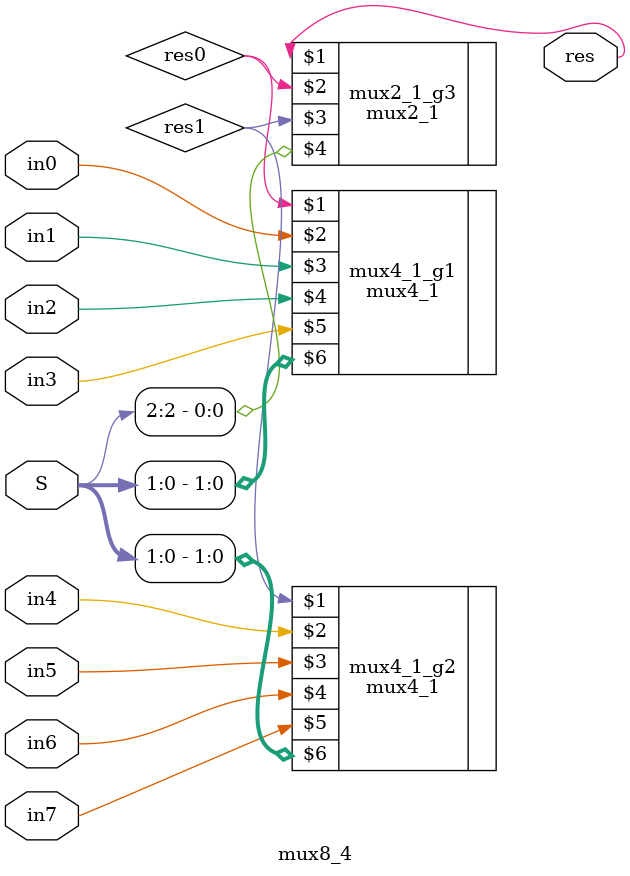
<source format=v>
module mux8_4(res,in0,in1,in2,in3,in4,in5,in6,in7,S);

    input in0, in1, in2, in3, in4, in5, in6, in7;
    input [2:0] S;
    output res;

    mux4_1 mux4_1_g1(res0, in0, in1, in2, in3, S[1:0]);
    mux4_1 mux4_1_g2(res1, in4, in5, in6, in7, S[1:0]);
    mux2_1 mux2_1_g3(res, res0, res1, S[2]);

endmodule
</source>
